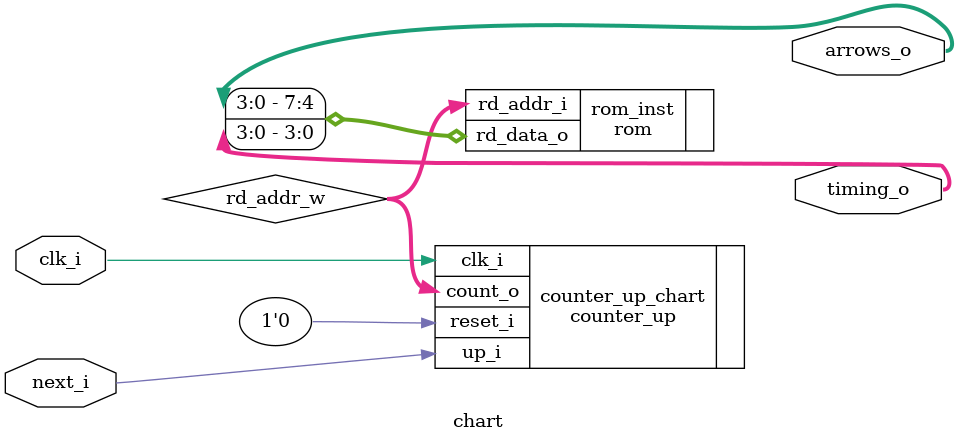
<source format=sv>
`default_nettype none
`timescale 1ns / 1ps

module chart #() (
    input  wire [0:0] clk_i,
    input  wire [0:0] next_i,
    output wire [3:0] arrows_o,
    output wire [3:0] timing_o
    );

    wire [6:0] rd_addr_w;

    counter_up
        #(.WIDTH_P(7))
    counter_up_chart
    (.clk_i(clk_i)
    ,.reset_i(1'b0)
    ,.up_i(next_i)
    ,.count_o(rd_addr_w)
    );

    rom
        #()
    rom_inst
    (.rd_addr_i(rd_addr_w)
    ,.rd_data_o({arrows_o, timing_o})
    );

endmodule

</source>
